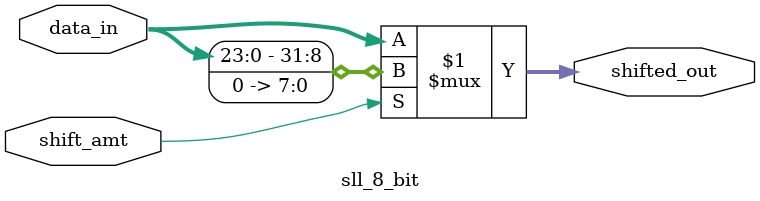
<source format=v>
module sll_8_bit(shifted_out, data_in, shift_amt);
    output [31:0] shifted_out;
    input [31:0] data_in;
    input shift_amt;

    assign shifted_out = shift_amt ? {data_in[23:0], 8'b00000000} : data_in;
endmodule

</source>
